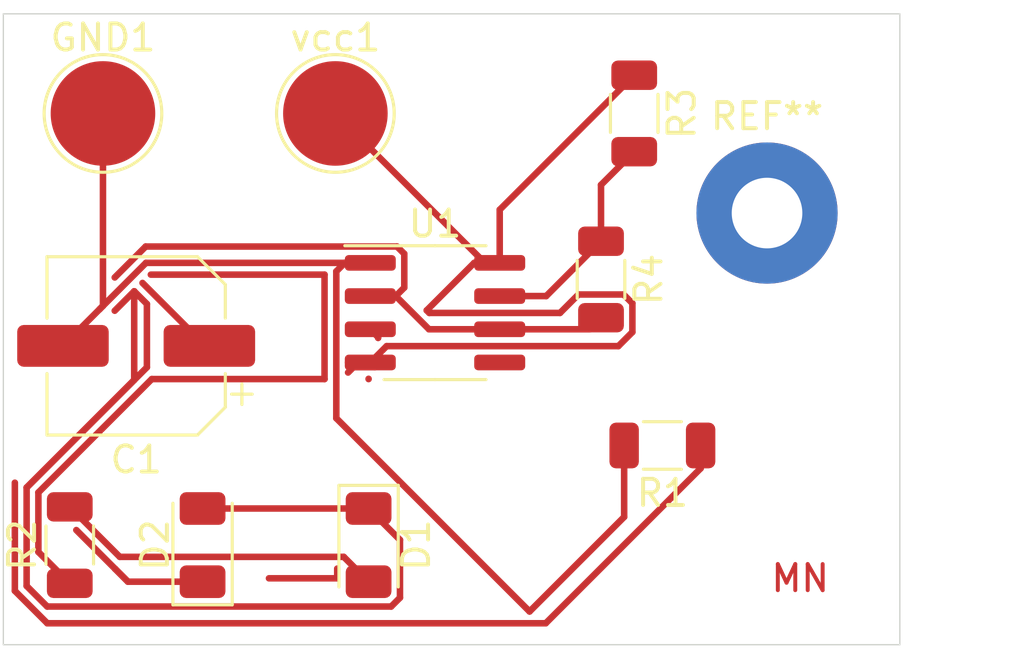
<source format=kicad_pcb>
(kicad_pcb (version 20171130) (host pcbnew "(5.1.9)-1")

  (general
    (thickness 1.6)
    (drawings 5)
    (tracks 82)
    (zones 0)
    (modules 11)
    (nets 9)
  )

  (page A4)
  (layers
    (0 F.Cu signal)
    (31 B.Cu signal)
    (32 B.Adhes user)
    (33 F.Adhes user)
    (34 B.Paste user)
    (35 F.Paste user)
    (36 B.SilkS user)
    (37 F.SilkS user)
    (38 B.Mask user)
    (39 F.Mask user)
    (40 Dwgs.User user)
    (41 Cmts.User user)
    (42 Eco1.User user)
    (43 Eco2.User user)
    (44 Edge.Cuts user)
    (45 Margin user)
    (46 B.CrtYd user)
    (47 F.CrtYd user)
    (48 B.Fab user)
    (49 F.Fab user)
  )

  (setup
    (last_trace_width 0.25)
    (trace_clearance 0.2)
    (zone_clearance 0.508)
    (zone_45_only no)
    (trace_min 0.2)
    (via_size 0.8)
    (via_drill 0.4)
    (via_min_size 0.4)
    (via_min_drill 0.3)
    (uvia_size 0.3)
    (uvia_drill 0.1)
    (uvias_allowed no)
    (uvia_min_size 0.2)
    (uvia_min_drill 0.1)
    (edge_width 0.05)
    (segment_width 0.2)
    (pcb_text_width 0.3)
    (pcb_text_size 1.5 1.5)
    (mod_edge_width 0.12)
    (mod_text_size 1 1)
    (mod_text_width 0.15)
    (pad_size 1.524 1.524)
    (pad_drill 0.762)
    (pad_to_mask_clearance 0)
    (aux_axis_origin 0 0)
    (grid_origin 107.95 111.76)
    (visible_elements FFFDFFFF)
    (pcbplotparams
      (layerselection 0x010a8_7fffffff)
      (usegerberextensions false)
      (usegerberattributes true)
      (usegerberadvancedattributes true)
      (creategerberjobfile true)
      (excludeedgelayer true)
      (linewidth 0.100000)
      (plotframeref false)
      (viasonmask false)
      (mode 1)
      (useauxorigin false)
      (hpglpennumber 1)
      (hpglpenspeed 20)
      (hpglpendiameter 15.000000)
      (psnegative false)
      (psa4output false)
      (plotreference true)
      (plotvalue true)
      (plotinvisibletext false)
      (padsonsilk false)
      (subtractmaskfromsilk false)
      (outputformat 4)
      (mirror false)
      (drillshape 0)
      (scaleselection 1)
      (outputdirectory "LM555GERBER/"))
  )

  (net 0 "")
  (net 1 GNDREF)
  (net 2 /THRTRG)
  (net 3 "Net-(D1-Pad2)")
  (net 4 "Net-(D1-Pad1)")
  (net 5 "Net-(D2-Pad1)")
  (net 6 /vcc)
  (net 7 "Net-(R3-Pad2)")
  (net 8 "Net-(U1-Pad5)")

  (net_class Default "This is the default net class."
    (clearance 0.2)
    (trace_width 0.25)
    (via_dia 0.8)
    (via_drill 0.4)
    (uvia_dia 0.3)
    (uvia_drill 0.1)
    (add_net /THRTRG)
    (add_net /vcc)
    (add_net GNDREF)
    (add_net "Net-(D1-Pad1)")
    (add_net "Net-(D1-Pad2)")
    (add_net "Net-(D2-Pad1)")
    (add_net "Net-(R3-Pad2)")
    (add_net "Net-(U1-Pad5)")
  )

  (module MountingHole:MountingHole_2.7mm_Pad (layer F.Cu) (tedit 56D1B4CB) (tstamp 605B69B1)
    (at 137.16 95.25)
    (descr "Mounting Hole 2.7mm")
    (tags "mounting hole 2.7mm")
    (attr virtual)
    (fp_text reference REF** (at 0 -3.7) (layer F.SilkS)
      (effects (font (size 1 1) (thickness 0.15)))
    )
    (fp_text value MountingHole_2.7mm_Pad (at 0 3.7) (layer F.Fab)
      (effects (font (size 1 1) (thickness 0.15)))
    )
    (fp_text user %R (at 0.3 0) (layer F.Fab)
      (effects (font (size 1 1) (thickness 0.15)))
    )
    (fp_circle (center 0 0) (end 2.7 0) (layer Cmts.User) (width 0.15))
    (fp_circle (center 0 0) (end 2.95 0) (layer F.CrtYd) (width 0.05))
    (pad 1 thru_hole circle (at 0 0) (size 5.4 5.4) (drill 2.7) (layers *.Cu *.Mask))
  )

  (module TestPoint:TestPoint_Pad_D4.0mm (layer F.Cu) (tedit 5A0F774F) (tstamp 605B4E8A)
    (at 120.65 91.44)
    (descr "SMD pad as test Point, diameter 4.0mm")
    (tags "test point SMD pad")
    (path /605B993F)
    (attr virtual)
    (fp_text reference vcc1 (at 0 -2.898) (layer F.SilkS)
      (effects (font (size 1 1) (thickness 0.15)))
    )
    (fp_text value "+9v vcc" (at 1.27 2.54) (layer F.Fab)
      (effects (font (size 1 1) (thickness 0.15)))
    )
    (fp_text user %R (at 0 -2.9) (layer F.Fab)
      (effects (font (size 1 1) (thickness 0.15)))
    )
    (fp_circle (center 0 0) (end 2.5 0) (layer F.CrtYd) (width 0.05))
    (fp_circle (center 0 0) (end 0 2.25) (layer F.SilkS) (width 0.12))
    (pad 1 smd circle (at 0 0) (size 4 4) (layers F.Cu F.Mask)
      (net 6 /vcc))
  )

  (module Package_SO:SOIC-8_3.9x4.9mm_P1.27mm (layer F.Cu) (tedit 5D9F72B1) (tstamp 605B4E82)
    (at 124.46 99.06)
    (descr "SOIC, 8 Pin (JEDEC MS-012AA, https://www.analog.com/media/en/package-pcb-resources/package/pkg_pdf/soic_narrow-r/r_8.pdf), generated with kicad-footprint-generator ipc_gullwing_generator.py")
    (tags "SOIC SO")
    (path /60586CB9)
    (attr smd)
    (fp_text reference U1 (at 0 -3.4) (layer F.SilkS)
      (effects (font (size 1 1) (thickness 0.15)))
    )
    (fp_text value LM555 (at 0 3.4) (layer F.Fab)
      (effects (font (size 1 1) (thickness 0.15)))
    )
    (fp_text user %R (at 0 0) (layer F.Fab)
      (effects (font (size 0.98 0.98) (thickness 0.15)))
    )
    (fp_line (start 0 2.56) (end 1.95 2.56) (layer F.SilkS) (width 0.12))
    (fp_line (start 0 2.56) (end -1.95 2.56) (layer F.SilkS) (width 0.12))
    (fp_line (start 0 -2.56) (end 1.95 -2.56) (layer F.SilkS) (width 0.12))
    (fp_line (start 0 -2.56) (end -3.45 -2.56) (layer F.SilkS) (width 0.12))
    (fp_line (start -0.975 -2.45) (end 1.95 -2.45) (layer F.Fab) (width 0.1))
    (fp_line (start 1.95 -2.45) (end 1.95 2.45) (layer F.Fab) (width 0.1))
    (fp_line (start 1.95 2.45) (end -1.95 2.45) (layer F.Fab) (width 0.1))
    (fp_line (start -1.95 2.45) (end -1.95 -1.475) (layer F.Fab) (width 0.1))
    (fp_line (start -1.95 -1.475) (end -0.975 -2.45) (layer F.Fab) (width 0.1))
    (fp_line (start -3.7 -2.7) (end -3.7 2.7) (layer F.CrtYd) (width 0.05))
    (fp_line (start -3.7 2.7) (end 3.7 2.7) (layer F.CrtYd) (width 0.05))
    (fp_line (start 3.7 2.7) (end 3.7 -2.7) (layer F.CrtYd) (width 0.05))
    (fp_line (start 3.7 -2.7) (end -3.7 -2.7) (layer F.CrtYd) (width 0.05))
    (pad 8 smd roundrect (at 2.475 -1.905) (size 1.95 0.6) (layers F.Cu F.Paste F.Mask) (roundrect_rratio 0.25)
      (net 6 /vcc))
    (pad 7 smd roundrect (at 2.475 -0.635) (size 1.95 0.6) (layers F.Cu F.Paste F.Mask) (roundrect_rratio 0.25)
      (net 7 "Net-(R3-Pad2)"))
    (pad 6 smd roundrect (at 2.475 0.635) (size 1.95 0.6) (layers F.Cu F.Paste F.Mask) (roundrect_rratio 0.25)
      (net 2 /THRTRG))
    (pad 5 smd roundrect (at 2.475 1.905) (size 1.95 0.6) (layers F.Cu F.Paste F.Mask) (roundrect_rratio 0.25)
      (net 8 "Net-(U1-Pad5)"))
    (pad 4 smd roundrect (at -2.475 1.905) (size 1.95 0.6) (layers F.Cu F.Paste F.Mask) (roundrect_rratio 0.25)
      (net 6 /vcc))
    (pad 3 smd roundrect (at -2.475 0.635) (size 1.95 0.6) (layers F.Cu F.Paste F.Mask) (roundrect_rratio 0.25)
      (net 4 "Net-(D1-Pad1)"))
    (pad 2 smd roundrect (at -2.475 -0.635) (size 1.95 0.6) (layers F.Cu F.Paste F.Mask) (roundrect_rratio 0.25)
      (net 2 /THRTRG))
    (pad 1 smd roundrect (at -2.475 -1.905) (size 1.95 0.6) (layers F.Cu F.Paste F.Mask) (roundrect_rratio 0.25)
      (net 1 GNDREF))
    (model ${KISYS3DMOD}/Package_SO.3dshapes/SOIC-8_3.9x4.9mm_P1.27mm.wrl
      (at (xyz 0 0 0))
      (scale (xyz 1 1 1))
      (rotate (xyz 0 0 0))
    )
  )

  (module Resistor_SMD:R_1206_3216Metric (layer F.Cu) (tedit 5F68FEEE) (tstamp 605B4E68)
    (at 130.81 97.79 270)
    (descr "Resistor SMD 1206 (3216 Metric), square (rectangular) end terminal, IPC_7351 nominal, (Body size source: IPC-SM-782 page 72, https://www.pcb-3d.com/wordpress/wp-content/uploads/ipc-sm-782a_amendment_1_and_2.pdf), generated with kicad-footprint-generator")
    (tags resistor)
    (path /60589FCF)
    (attr smd)
    (fp_text reference R4 (at 0 -1.82 90) (layer F.SilkS)
      (effects (font (size 1 1) (thickness 0.15)))
    )
    (fp_text value "150K 1206" (at 0 1.82 90) (layer F.Fab)
      (effects (font (size 1 1) (thickness 0.15)))
    )
    (fp_text user %R (at 0 0 90) (layer F.Fab)
      (effects (font (size 0.8 0.8) (thickness 0.12)))
    )
    (fp_line (start -1.6 0.8) (end -1.6 -0.8) (layer F.Fab) (width 0.1))
    (fp_line (start -1.6 -0.8) (end 1.6 -0.8) (layer F.Fab) (width 0.1))
    (fp_line (start 1.6 -0.8) (end 1.6 0.8) (layer F.Fab) (width 0.1))
    (fp_line (start 1.6 0.8) (end -1.6 0.8) (layer F.Fab) (width 0.1))
    (fp_line (start -0.727064 -0.91) (end 0.727064 -0.91) (layer F.SilkS) (width 0.12))
    (fp_line (start -0.727064 0.91) (end 0.727064 0.91) (layer F.SilkS) (width 0.12))
    (fp_line (start -2.28 1.12) (end -2.28 -1.12) (layer F.CrtYd) (width 0.05))
    (fp_line (start -2.28 -1.12) (end 2.28 -1.12) (layer F.CrtYd) (width 0.05))
    (fp_line (start 2.28 -1.12) (end 2.28 1.12) (layer F.CrtYd) (width 0.05))
    (fp_line (start 2.28 1.12) (end -2.28 1.12) (layer F.CrtYd) (width 0.05))
    (pad 2 smd roundrect (at 1.4625 0 270) (size 1.125 1.75) (layers F.Cu F.Paste F.Mask) (roundrect_rratio 0.2222213333333333)
      (net 2 /THRTRG))
    (pad 1 smd roundrect (at -1.4625 0 270) (size 1.125 1.75) (layers F.Cu F.Paste F.Mask) (roundrect_rratio 0.2222213333333333)
      (net 7 "Net-(R3-Pad2)"))
    (model ${KISYS3DMOD}/Resistor_SMD.3dshapes/R_1206_3216Metric.wrl
      (at (xyz 0 0 0))
      (scale (xyz 1 1 1))
      (rotate (xyz 0 0 0))
    )
  )

  (module Resistor_SMD:R_1206_3216Metric (layer F.Cu) (tedit 5F68FEEE) (tstamp 605B4E57)
    (at 132.08 91.44 270)
    (descr "Resistor SMD 1206 (3216 Metric), square (rectangular) end terminal, IPC_7351 nominal, (Body size source: IPC-SM-782 page 72, https://www.pcb-3d.com/wordpress/wp-content/uploads/ipc-sm-782a_amendment_1_and_2.pdf), generated with kicad-footprint-generator")
    (tags resistor)
    (path /6058E45D)
    (attr smd)
    (fp_text reference R3 (at 0 -1.82 90) (layer F.SilkS)
      (effects (font (size 1 1) (thickness 0.15)))
    )
    (fp_text value "150K 1206" (at 0 1.82 90) (layer F.Fab)
      (effects (font (size 1 1) (thickness 0.15)))
    )
    (fp_text user %R (at -1.27 -2.7325 90) (layer F.Fab)
      (effects (font (size 0.8 0.8) (thickness 0.12)))
    )
    (fp_line (start -1.6 0.8) (end -1.6 -0.8) (layer F.Fab) (width 0.1))
    (fp_line (start -1.6 -0.8) (end 1.6 -0.8) (layer F.Fab) (width 0.1))
    (fp_line (start 1.6 -0.8) (end 1.6 0.8) (layer F.Fab) (width 0.1))
    (fp_line (start 1.6 0.8) (end -1.6 0.8) (layer F.Fab) (width 0.1))
    (fp_line (start -0.727064 -0.91) (end 0.727064 -0.91) (layer F.SilkS) (width 0.12))
    (fp_line (start -0.727064 0.91) (end 0.727064 0.91) (layer F.SilkS) (width 0.12))
    (fp_line (start -2.28 1.12) (end -2.28 -1.12) (layer F.CrtYd) (width 0.05))
    (fp_line (start -2.28 -1.12) (end 2.28 -1.12) (layer F.CrtYd) (width 0.05))
    (fp_line (start 2.28 -1.12) (end 2.28 1.12) (layer F.CrtYd) (width 0.05))
    (fp_line (start 2.28 1.12) (end -2.28 1.12) (layer F.CrtYd) (width 0.05))
    (pad 2 smd roundrect (at 1.4625 0 270) (size 1.125 1.75) (layers F.Cu F.Paste F.Mask) (roundrect_rratio 0.2222213333333333)
      (net 7 "Net-(R3-Pad2)"))
    (pad 1 smd roundrect (at -1.4625 0 270) (size 1.125 1.75) (layers F.Cu F.Paste F.Mask) (roundrect_rratio 0.2222213333333333)
      (net 6 /vcc))
    (model ${KISYS3DMOD}/Resistor_SMD.3dshapes/R_1206_3216Metric.wrl
      (at (xyz 0 0 0))
      (scale (xyz 1 1 1))
      (rotate (xyz 0 0 0))
    )
  )

  (module Resistor_SMD:R_1206_3216Metric (layer F.Cu) (tedit 5F68FEEE) (tstamp 605B4E46)
    (at 110.49 107.95 90)
    (descr "Resistor SMD 1206 (3216 Metric), square (rectangular) end terminal, IPC_7351 nominal, (Body size source: IPC-SM-782 page 72, https://www.pcb-3d.com/wordpress/wp-content/uploads/ipc-sm-782a_amendment_1_and_2.pdf), generated with kicad-footprint-generator")
    (tags resistor)
    (path /605B2E79)
    (attr smd)
    (fp_text reference R2 (at 0 -1.82 90) (layer F.SilkS)
      (effects (font (size 1 1) (thickness 0.15)))
    )
    (fp_text value "470E 1206" (at 0 1.82 90) (layer F.Fab)
      (effects (font (size 1 1) (thickness 0.15)))
    )
    (fp_text user %R (at 0 0 90) (layer F.Fab)
      (effects (font (size 0.8 0.8) (thickness 0.12)))
    )
    (fp_line (start -1.6 0.8) (end -1.6 -0.8) (layer F.Fab) (width 0.1))
    (fp_line (start -1.6 -0.8) (end 1.6 -0.8) (layer F.Fab) (width 0.1))
    (fp_line (start 1.6 -0.8) (end 1.6 0.8) (layer F.Fab) (width 0.1))
    (fp_line (start 1.6 0.8) (end -1.6 0.8) (layer F.Fab) (width 0.1))
    (fp_line (start -0.727064 -0.91) (end 0.727064 -0.91) (layer F.SilkS) (width 0.12))
    (fp_line (start -0.727064 0.91) (end 0.727064 0.91) (layer F.SilkS) (width 0.12))
    (fp_line (start -2.28 1.12) (end -2.28 -1.12) (layer F.CrtYd) (width 0.05))
    (fp_line (start -2.28 -1.12) (end 2.28 -1.12) (layer F.CrtYd) (width 0.05))
    (fp_line (start 2.28 -1.12) (end 2.28 1.12) (layer F.CrtYd) (width 0.05))
    (fp_line (start 2.28 1.12) (end -2.28 1.12) (layer F.CrtYd) (width 0.05))
    (pad 2 smd roundrect (at 1.4625 0 90) (size 1.125 1.75) (layers F.Cu F.Paste F.Mask) (roundrect_rratio 0.2222213333333333)
      (net 3 "Net-(D1-Pad2)"))
    (pad 1 smd roundrect (at -1.4625 0 90) (size 1.125 1.75) (layers F.Cu F.Paste F.Mask) (roundrect_rratio 0.2222213333333333)
      (net 6 /vcc))
    (model ${KISYS3DMOD}/Resistor_SMD.3dshapes/R_1206_3216Metric.wrl
      (at (xyz 0 0 0))
      (scale (xyz 1 1 1))
      (rotate (xyz 0 0 0))
    )
  )

  (module Resistor_SMD:R_1206_3216Metric (layer F.Cu) (tedit 5F68FEEE) (tstamp 605B4E35)
    (at 133.1575 104.14 180)
    (descr "Resistor SMD 1206 (3216 Metric), square (rectangular) end terminal, IPC_7351 nominal, (Body size source: IPC-SM-782 page 72, https://www.pcb-3d.com/wordpress/wp-content/uploads/ipc-sm-782a_amendment_1_and_2.pdf), generated with kicad-footprint-generator")
    (tags resistor)
    (path /605B259A)
    (attr smd)
    (fp_text reference R1 (at 0 -1.82) (layer F.SilkS)
      (effects (font (size 1 1) (thickness 0.15)))
    )
    (fp_text value "470E 1206" (at -1.27 3.81) (layer F.Fab)
      (effects (font (size 1 1) (thickness 0.15)))
    )
    (fp_text user %R (at 0 2.234999) (layer F.Fab)
      (effects (font (size 0.8 0.8) (thickness 0.12)))
    )
    (fp_line (start -1.6 0.8) (end -1.6 -0.8) (layer F.Fab) (width 0.1))
    (fp_line (start -1.6 -0.8) (end 1.6 -0.8) (layer F.Fab) (width 0.1))
    (fp_line (start 1.6 -0.8) (end 1.6 0.8) (layer F.Fab) (width 0.1))
    (fp_line (start 1.6 0.8) (end -1.6 0.8) (layer F.Fab) (width 0.1))
    (fp_line (start -0.727064 -0.91) (end 0.727064 -0.91) (layer F.SilkS) (width 0.12))
    (fp_line (start -0.727064 0.91) (end 0.727064 0.91) (layer F.SilkS) (width 0.12))
    (fp_line (start -2.28 1.12) (end -2.28 -1.12) (layer F.CrtYd) (width 0.05))
    (fp_line (start -2.28 -1.12) (end 2.28 -1.12) (layer F.CrtYd) (width 0.05))
    (fp_line (start 2.28 -1.12) (end 2.28 1.12) (layer F.CrtYd) (width 0.05))
    (fp_line (start 2.28 1.12) (end -2.28 1.12) (layer F.CrtYd) (width 0.05))
    (pad 2 smd roundrect (at 1.4625 0 180) (size 1.125 1.75) (layers F.Cu F.Paste F.Mask) (roundrect_rratio 0.2222213333333333)
      (net 1 GNDREF))
    (pad 1 smd roundrect (at -1.4625 0 180) (size 1.125 1.75) (layers F.Cu F.Paste F.Mask) (roundrect_rratio 0.2222213333333333)
      (net 5 "Net-(D2-Pad1)"))
    (model ${KISYS3DMOD}/Resistor_SMD.3dshapes/R_1206_3216Metric.wrl
      (at (xyz 0 0 0))
      (scale (xyz 1 1 1))
      (rotate (xyz 0 0 0))
    )
  )

  (module TestPoint:TestPoint_Pad_D4.0mm (layer F.Cu) (tedit 5A0F774F) (tstamp 605B4E24)
    (at 111.76 91.44)
    (descr "SMD pad as test Point, diameter 4.0mm")
    (tags "test point SMD pad")
    (path /605BC557)
    (attr virtual)
    (fp_text reference GND1 (at 0 -2.898) (layer F.SilkS)
      (effects (font (size 1 1) (thickness 0.15)))
    )
    (fp_text value GND (at 0 3.1) (layer F.Fab)
      (effects (font (size 1 1) (thickness 0.15)))
    )
    (fp_text user %R (at 0 -2.9) (layer F.Fab)
      (effects (font (size 1 1) (thickness 0.15)))
    )
    (fp_circle (center 0 0) (end 2.5 0) (layer F.CrtYd) (width 0.05))
    (fp_circle (center 0 0) (end 0 2.25) (layer F.SilkS) (width 0.12))
    (pad 1 smd circle (at 0 0) (size 4 4) (layers F.Cu F.Mask)
      (net 1 GNDREF))
  )

  (module LED_SMD:LED_1206_3216Metric (layer F.Cu) (tedit 5F68FEF1) (tstamp 605B4E1C)
    (at 115.57 107.95 90)
    (descr "LED SMD 1206 (3216 Metric), square (rectangular) end terminal, IPC_7351 nominal, (Body size source: http://www.tortai-tech.com/upload/download/2011102023233369053.pdf), generated with kicad-footprint-generator")
    (tags LED)
    (path /605AEAB3)
    (attr smd)
    (fp_text reference D2 (at 0 -1.82 90) (layer F.SilkS)
      (effects (font (size 1 1) (thickness 0.15)))
    )
    (fp_text value LED (at 0 1.82 90) (layer F.Fab)
      (effects (font (size 1 1) (thickness 0.15)))
    )
    (fp_text user %R (at 0 0 90) (layer F.Fab)
      (effects (font (size 0.8 0.8) (thickness 0.12)))
    )
    (fp_line (start 1.6 -0.8) (end -1.2 -0.8) (layer F.Fab) (width 0.1))
    (fp_line (start -1.2 -0.8) (end -1.6 -0.4) (layer F.Fab) (width 0.1))
    (fp_line (start -1.6 -0.4) (end -1.6 0.8) (layer F.Fab) (width 0.1))
    (fp_line (start -1.6 0.8) (end 1.6 0.8) (layer F.Fab) (width 0.1))
    (fp_line (start 1.6 0.8) (end 1.6 -0.8) (layer F.Fab) (width 0.1))
    (fp_line (start 1.6 -1.135) (end -2.285 -1.135) (layer F.SilkS) (width 0.12))
    (fp_line (start -2.285 -1.135) (end -2.285 1.135) (layer F.SilkS) (width 0.12))
    (fp_line (start -2.285 1.135) (end 1.6 1.135) (layer F.SilkS) (width 0.12))
    (fp_line (start -2.28 1.12) (end -2.28 -1.12) (layer F.CrtYd) (width 0.05))
    (fp_line (start -2.28 -1.12) (end 2.28 -1.12) (layer F.CrtYd) (width 0.05))
    (fp_line (start 2.28 -1.12) (end 2.28 1.12) (layer F.CrtYd) (width 0.05))
    (fp_line (start 2.28 1.12) (end -2.28 1.12) (layer F.CrtYd) (width 0.05))
    (pad 2 smd roundrect (at 1.4 0 90) (size 1.25 1.75) (layers F.Cu F.Paste F.Mask) (roundrect_rratio 0.2)
      (net 4 "Net-(D1-Pad1)"))
    (pad 1 smd roundrect (at -1.4 0 90) (size 1.25 1.75) (layers F.Cu F.Paste F.Mask) (roundrect_rratio 0.2)
      (net 5 "Net-(D2-Pad1)"))
    (model ${KISYS3DMOD}/LED_SMD.3dshapes/LED_1206_3216Metric.wrl
      (at (xyz 0 0 0))
      (scale (xyz 1 1 1))
      (rotate (xyz 0 0 0))
    )
  )

  (module LED_SMD:LED_1206_3216Metric (layer F.Cu) (tedit 5F68FEF1) (tstamp 605B4E09)
    (at 121.92 107.95 270)
    (descr "LED SMD 1206 (3216 Metric), square (rectangular) end terminal, IPC_7351 nominal, (Body size source: http://www.tortai-tech.com/upload/download/2011102023233369053.pdf), generated with kicad-footprint-generator")
    (tags LED)
    (path /605B21C5)
    (attr smd)
    (fp_text reference D1 (at 0 -1.82 90) (layer F.SilkS)
      (effects (font (size 1 1) (thickness 0.15)))
    )
    (fp_text value LED (at 0 1.82 90) (layer F.Fab)
      (effects (font (size 1 1) (thickness 0.15)))
    )
    (fp_text user %R (at 0 0 90) (layer F.Fab)
      (effects (font (size 0.8 0.8) (thickness 0.12)))
    )
    (fp_line (start 1.6 -0.8) (end -1.2 -0.8) (layer F.Fab) (width 0.1))
    (fp_line (start -1.2 -0.8) (end -1.6 -0.4) (layer F.Fab) (width 0.1))
    (fp_line (start -1.6 -0.4) (end -1.6 0.8) (layer F.Fab) (width 0.1))
    (fp_line (start -1.6 0.8) (end 1.6 0.8) (layer F.Fab) (width 0.1))
    (fp_line (start 1.6 0.8) (end 1.6 -0.8) (layer F.Fab) (width 0.1))
    (fp_line (start 1.6 -1.135) (end -2.285 -1.135) (layer F.SilkS) (width 0.12))
    (fp_line (start -2.285 -1.135) (end -2.285 1.135) (layer F.SilkS) (width 0.12))
    (fp_line (start -2.285 1.135) (end 1.6 1.135) (layer F.SilkS) (width 0.12))
    (fp_line (start -2.28 1.12) (end -2.28 -1.12) (layer F.CrtYd) (width 0.05))
    (fp_line (start -2.28 -1.12) (end 2.28 -1.12) (layer F.CrtYd) (width 0.05))
    (fp_line (start 2.28 -1.12) (end 2.28 1.12) (layer F.CrtYd) (width 0.05))
    (fp_line (start 2.28 1.12) (end -2.28 1.12) (layer F.CrtYd) (width 0.05))
    (pad 2 smd roundrect (at 1.4 0 270) (size 1.25 1.75) (layers F.Cu F.Paste F.Mask) (roundrect_rratio 0.2)
      (net 3 "Net-(D1-Pad2)"))
    (pad 1 smd roundrect (at -1.4 0 270) (size 1.25 1.75) (layers F.Cu F.Paste F.Mask) (roundrect_rratio 0.2)
      (net 4 "Net-(D1-Pad1)"))
    (model ${KISYS3DMOD}/LED_SMD.3dshapes/LED_1206_3216Metric.wrl
      (at (xyz 0 0 0))
      (scale (xyz 1 1 1))
      (rotate (xyz 0 0 0))
    )
  )

  (module Capacitor_SMD:CP_Elec_6.3x5.2 (layer F.Cu) (tedit 5BCA39D0) (tstamp 605B4DF6)
    (at 113.03 100.33 180)
    (descr "SMD capacitor, aluminum electrolytic, United Chemi-Con, 6.3x5.2mm")
    (tags "capacitor electrolytic")
    (path /60588B82)
    (attr smd)
    (fp_text reference C1 (at 0 -4.35) (layer F.SilkS)
      (effects (font (size 1 1) (thickness 0.15)))
    )
    (fp_text value 10ufd/16V (at 0 4.35) (layer F.Fab)
      (effects (font (size 1 1) (thickness 0.15)))
    )
    (fp_text user %R (at 0 0) (layer F.Fab)
      (effects (font (size 1 1) (thickness 0.15)))
    )
    (fp_circle (center 0 0) (end 3.15 0) (layer F.Fab) (width 0.1))
    (fp_line (start 3.3 -3.3) (end 3.3 3.3) (layer F.Fab) (width 0.1))
    (fp_line (start -2.3 -3.3) (end 3.3 -3.3) (layer F.Fab) (width 0.1))
    (fp_line (start -2.3 3.3) (end 3.3 3.3) (layer F.Fab) (width 0.1))
    (fp_line (start -3.3 -2.3) (end -3.3 2.3) (layer F.Fab) (width 0.1))
    (fp_line (start -3.3 -2.3) (end -2.3 -3.3) (layer F.Fab) (width 0.1))
    (fp_line (start -3.3 2.3) (end -2.3 3.3) (layer F.Fab) (width 0.1))
    (fp_line (start -2.704838 -1.33) (end -2.074838 -1.33) (layer F.Fab) (width 0.1))
    (fp_line (start -2.389838 -1.645) (end -2.389838 -1.015) (layer F.Fab) (width 0.1))
    (fp_line (start 3.41 3.41) (end 3.41 1.06) (layer F.SilkS) (width 0.12))
    (fp_line (start 3.41 -3.41) (end 3.41 -1.06) (layer F.SilkS) (width 0.12))
    (fp_line (start -2.345563 -3.41) (end 3.41 -3.41) (layer F.SilkS) (width 0.12))
    (fp_line (start -2.345563 3.41) (end 3.41 3.41) (layer F.SilkS) (width 0.12))
    (fp_line (start -3.41 2.345563) (end -3.41 1.06) (layer F.SilkS) (width 0.12))
    (fp_line (start -3.41 -2.345563) (end -3.41 -1.06) (layer F.SilkS) (width 0.12))
    (fp_line (start -3.41 -2.345563) (end -2.345563 -3.41) (layer F.SilkS) (width 0.12))
    (fp_line (start -3.41 2.345563) (end -2.345563 3.41) (layer F.SilkS) (width 0.12))
    (fp_line (start -4.4375 -1.8475) (end -3.65 -1.8475) (layer F.SilkS) (width 0.12))
    (fp_line (start -4.04375 -2.24125) (end -4.04375 -1.45375) (layer F.SilkS) (width 0.12))
    (fp_line (start 3.55 -3.55) (end 3.55 -1.05) (layer F.CrtYd) (width 0.05))
    (fp_line (start 3.55 -1.05) (end 4.8 -1.05) (layer F.CrtYd) (width 0.05))
    (fp_line (start 4.8 -1.05) (end 4.8 1.05) (layer F.CrtYd) (width 0.05))
    (fp_line (start 4.8 1.05) (end 3.55 1.05) (layer F.CrtYd) (width 0.05))
    (fp_line (start 3.55 1.05) (end 3.55 3.55) (layer F.CrtYd) (width 0.05))
    (fp_line (start -2.4 3.55) (end 3.55 3.55) (layer F.CrtYd) (width 0.05))
    (fp_line (start -2.4 -3.55) (end 3.55 -3.55) (layer F.CrtYd) (width 0.05))
    (fp_line (start -3.55 2.4) (end -2.4 3.55) (layer F.CrtYd) (width 0.05))
    (fp_line (start -3.55 -2.4) (end -2.4 -3.55) (layer F.CrtYd) (width 0.05))
    (fp_line (start -3.55 -2.4) (end -3.55 -1.05) (layer F.CrtYd) (width 0.05))
    (fp_line (start -3.55 1.05) (end -3.55 2.4) (layer F.CrtYd) (width 0.05))
    (fp_line (start -3.55 -1.05) (end -4.8 -1.05) (layer F.CrtYd) (width 0.05))
    (fp_line (start -4.8 -1.05) (end -4.8 1.05) (layer F.CrtYd) (width 0.05))
    (fp_line (start -4.8 1.05) (end -3.55 1.05) (layer F.CrtYd) (width 0.05))
    (pad 2 smd roundrect (at 2.8 0 180) (size 3.5 1.6) (layers F.Cu F.Paste F.Mask) (roundrect_rratio 0.15625)
      (net 1 GNDREF))
    (pad 1 smd roundrect (at -2.8 0 180) (size 3.5 1.6) (layers F.Cu F.Paste F.Mask) (roundrect_rratio 0.15625)
      (net 2 /THRTRG))
    (model ${KISYS3DMOD}/Capacitor_SMD.3dshapes/CP_Elec_6.3x5.2.wrl
      (at (xyz 0 0 0))
      (scale (xyz 1 1 1))
      (rotate (xyz 0 0 0))
    )
  )

  (gr_text MN (at 138.43 109.22) (layer F.Cu)
    (effects (font (size 1 1) (thickness 0.15)))
  )
  (gr_line (start 142.24 111.76) (end 107.95 111.76) (layer Edge.Cuts) (width 0.05) (tstamp 605B551E))
  (gr_line (start 142.24 87.63) (end 142.24 111.76) (layer Edge.Cuts) (width 0.05))
  (gr_line (start 107.95 87.63) (end 142.24 87.63) (layer Edge.Cuts) (width 0.05))
  (gr_line (start 107.95 111.76) (end 107.95 87.63) (layer Edge.Cuts) (width 0.05))

  (segment (start 121.92 101.6) (end 121.92 101.59001) (width 0.25) (layer F.Cu) (net 0))
  (segment (start 118.11 109.22) (end 120.71999 109.22) (width 0.25) (layer F.Cu) (net 0))
  (segment (start 120.71999 109.22) (end 120.71999 108.85) (width 0.25) (layer F.Cu) (net 0))
  (segment (start 111.76 91.44) (end 111.76 98.8) (width 0.25) (layer F.Cu) (net 1))
  (segment (start 113.405 97.155) (end 121.985 97.155) (width 0.25) (layer F.Cu) (net 1))
  (segment (start 111.63 98.93) (end 113.405 97.155) (width 0.25) (layer F.Cu) (net 1))
  (segment (start 111.76 98.8) (end 111.63 98.93) (width 0.25) (layer F.Cu) (net 1))
  (segment (start 111.63 98.93) (end 110.23 100.33) (width 0.25) (layer F.Cu) (net 1))
  (segment (start 120.68499 103.09749) (end 128.0775 110.49) (width 0.25) (layer F.Cu) (net 1))
  (segment (start 120.68499 97.48001) (end 120.68499 103.09749) (width 0.25) (layer F.Cu) (net 1))
  (segment (start 121.01 97.155) (end 120.68499 97.48001) (width 0.25) (layer F.Cu) (net 1))
  (segment (start 121.985 97.155) (end 121.01 97.155) (width 0.25) (layer F.Cu) (net 1))
  (segment (start 131.695 106.8725) (end 128.0775 110.49) (width 0.25) (layer F.Cu) (net 1))
  (segment (start 131.695 104.14) (end 131.695 106.8725) (width 0.25) (layer F.Cu) (net 1))
  (segment (start 115.67998 100.33) (end 113.273195 97.923215) (width 0.25) (layer F.Cu) (net 2))
  (segment (start 115.83 100.33) (end 115.67998 100.33) (width 0.25) (layer F.Cu) (net 2))
  (segment (start 124.23 99.695) (end 126.935 99.695) (width 0.25) (layer F.Cu) (net 2))
  (segment (start 122.96 98.425) (end 124.23 99.695) (width 0.25) (layer F.Cu) (net 2))
  (segment (start 121.985 98.425) (end 122.96 98.425) (width 0.25) (layer F.Cu) (net 2))
  (segment (start 130.3675 99.695) (end 130.81 99.2525) (width 0.25) (layer F.Cu) (net 2))
  (segment (start 126.935 99.695) (end 130.3675 99.695) (width 0.25) (layer F.Cu) (net 2))
  (segment (start 113.3936 96.52999) (end 112.21001 97.71358) (width 0.25) (layer F.Cu) (net 2))
  (segment (start 123.006758 96.52999) (end 113.3936 96.52999) (width 0.25) (layer F.Cu) (net 2))
  (segment (start 123.28501 96.808242) (end 123.006758 96.52999) (width 0.25) (layer F.Cu) (net 2))
  (segment (start 123.28501 98.09999) (end 123.28501 96.808242) (width 0.25) (layer F.Cu) (net 2))
  (segment (start 122.96 98.425) (end 123.28501 98.09999) (width 0.25) (layer F.Cu) (net 2))
  (segment (start 120.96999 108.39999) (end 121.92 109.35) (width 0.25) (layer F.Cu) (net 3))
  (segment (start 112.40249 108.39999) (end 120.96999 108.39999) (width 0.25) (layer F.Cu) (net 3))
  (segment (start 110.49 106.4875) (end 112.40249 108.39999) (width 0.25) (layer F.Cu) (net 3))
  (segment (start 115.57 106.55) (end 121.92 106.55) (width 0.25) (layer F.Cu) (net 4))
  (segment (start 108.83998 105.75042) (end 112.95499 101.63541) (width 0.25) (layer F.Cu) (net 4))
  (segment (start 108.83998 109.51317) (end 108.83998 105.75042) (width 0.25) (layer F.Cu) (net 4))
  (segment (start 109.62682 110.30001) (end 108.83998 109.51317) (width 0.25) (layer F.Cu) (net 4))
  (segment (start 122.78318 110.30001) (end 109.62682 110.30001) (width 0.25) (layer F.Cu) (net 4))
  (segment (start 123.12001 109.96318) (end 122.78318 110.30001) (width 0.25) (layer F.Cu) (net 4))
  (segment (start 123.12001 107.75001) (end 123.12001 109.96318) (width 0.25) (layer F.Cu) (net 4))
  (segment (start 121.92 106.55) (end 123.12001 107.75001) (width 0.25) (layer F.Cu) (net 4))
  (segment (start 112.95499 101.63541) (end 112.95499 98.24142) (width 0.25) (layer F.Cu) (net 4))
  (segment (start 113.44041 98.72684) (end 112.95499 98.24142) (width 0.25) (layer F.Cu) (net 4))
  (segment (start 112.95499 98.24142) (end 112.21001 98.9864) (width 0.25) (layer F.Cu) (net 4))
  (segment (start 113.44041 101.14999) (end 113.44041 98.72684) (width 0.25) (layer F.Cu) (net 4))
  (segment (start 108.83998 105.75042) (end 113.44041 101.14999) (width 0.25) (layer F.Cu) (net 4))
  (segment (start 122.285 99.995) (end 122.285 100.02859) (width 0.25) (layer F.Cu) (net 4))
  (segment (start 121.985 99.695) (end 122.285 99.995) (width 0.25) (layer F.Cu) (net 4))
  (segment (start 112.71609 109.35) (end 112.216089 108.849999) (width 0.25) (layer F.Cu) (net 5))
  (segment (start 115.57 109.35) (end 112.71609 109.35) (width 0.25) (layer F.Cu) (net 5))
  (segment (start 112.22791 108.86182) (end 110.7411 107.37501) (width 0.25) (layer F.Cu) (net 5))
  (segment (start 112.71609 109.35) (end 112.22791 108.86182) (width 0.25) (layer F.Cu) (net 5))
  (segment (start 108.38997 109.69957) (end 108.389971 105.564019) (width 0.25) (layer F.Cu) (net 5))
  (segment (start 109.630409 110.940009) (end 108.38997 109.69957) (width 0.25) (layer F.Cu) (net 5))
  (segment (start 128.694991 110.940009) (end 109.630409 110.940009) (width 0.25) (layer F.Cu) (net 5))
  (segment (start 134.62 105.015) (end 128.694991 110.940009) (width 0.25) (layer F.Cu) (net 5))
  (segment (start 134.62 104.14) (end 134.62 105.015) (width 0.25) (layer F.Cu) (net 5))
  (segment (start 126.365 97.155) (end 126.935 97.155) (width 0.25) (layer F.Cu) (net 6))
  (segment (start 120.65 91.44) (end 126.365 97.155) (width 0.25) (layer F.Cu) (net 6))
  (segment (start 126.935 95.1225) (end 126.935 97.155) (width 0.25) (layer F.Cu) (net 6))
  (segment (start 132.08 89.9775) (end 126.935 95.1225) (width 0.25) (layer F.Cu) (net 6))
  (segment (start 120.23498 97.60501) (end 113.5914 97.60501) (width 0.25) (layer F.Cu) (net 6))
  (segment (start 120.23498 101.6) (end 120.23498 97.60501) (width 0.25) (layer F.Cu) (net 6))
  (segment (start 109.28999 105.93682) (end 113.62681 101.6) (width 0.25) (layer F.Cu) (net 6))
  (segment (start 109.28999 108.21249) (end 109.28999 105.93682) (width 0.25) (layer F.Cu) (net 6))
  (segment (start 113.62681 101.6) (end 120.23498 101.6) (width 0.25) (layer F.Cu) (net 6))
  (segment (start 110.49 109.4125) (end 109.28999 108.21249) (width 0.25) (layer F.Cu) (net 6))
  (segment (start 122.61001 100.33999) (end 121.985 100.965) (width 0.25) (layer F.Cu) (net 6))
  (segment (start 131.4732 100.33999) (end 122.61001 100.33999) (width 0.25) (layer F.Cu) (net 6))
  (segment (start 131.67318 98.36499) (end 132.01001 98.70182) (width 0.25) (layer F.Cu) (net 6))
  (segment (start 129.94682 98.36499) (end 131.67318 98.36499) (width 0.25) (layer F.Cu) (net 6))
  (segment (start 132.01001 98.70182) (end 132.01001 99.80318) (width 0.25) (layer F.Cu) (net 6))
  (segment (start 124.2414 99.06999) (end 129.24182 99.06999) (width 0.25) (layer F.Cu) (net 6))
  (segment (start 132.01001 99.80318) (end 131.4732 100.33999) (width 0.25) (layer F.Cu) (net 6))
  (segment (start 124.143205 98.971795) (end 124.2414 99.06999) (width 0.25) (layer F.Cu) (net 6))
  (segment (start 129.24182 99.06999) (end 129.94682 98.36499) (width 0.25) (layer F.Cu) (net 6))
  (segment (start 125.96 97.155) (end 124.143205 98.971795) (width 0.25) (layer F.Cu) (net 6))
  (segment (start 126.935 97.155) (end 125.96 97.155) (width 0.25) (layer F.Cu) (net 6))
  (segment (start 121.985 100.965) (end 121.135 100.965) (width 0.25) (layer F.Cu) (net 6))
  (segment (start 122.16 101.14) (end 121.34501 101.14) (width 0.25) (layer F.Cu) (net 6))
  (segment (start 121.985 100.965) (end 122.16 101.14) (width 0.25) (layer F.Cu) (net 6))
  (segment (start 121.34501 101.14) (end 121.135 101.35001) (width 0.25) (layer F.Cu) (net 6))
  (segment (start 128.7125 98.425) (end 130.81 96.3275) (width 0.25) (layer F.Cu) (net 7))
  (segment (start 126.935 98.425) (end 128.7125 98.425) (width 0.25) (layer F.Cu) (net 7))
  (segment (start 130.81 94.1725) (end 132.08 92.9025) (width 0.25) (layer F.Cu) (net 7))
  (segment (start 130.81 96.3275) (end 130.81 94.1725) (width 0.25) (layer F.Cu) (net 7))

)

</source>
